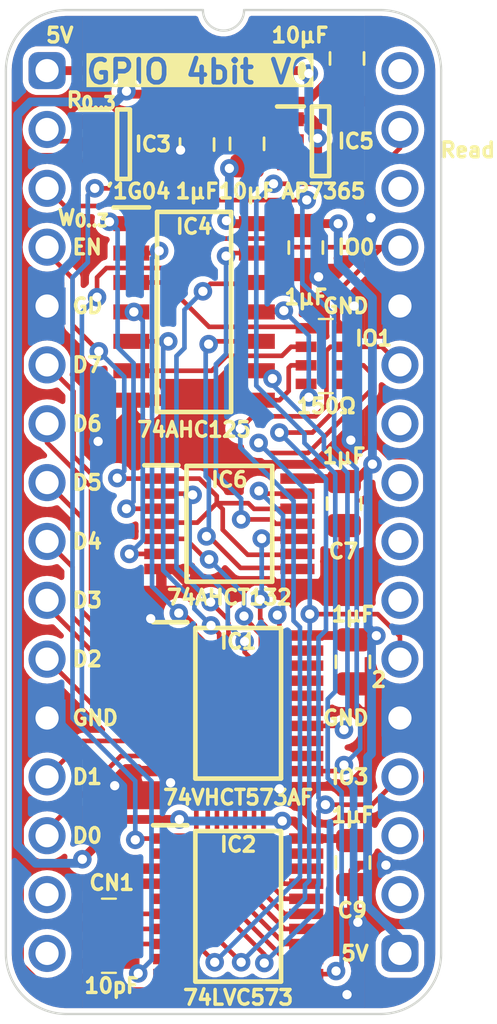
<source format=kicad_pcb>
(kicad_pcb (version 20240108) (generator "pcbnew") (generator_version "8.0")
  (title_block (title "GPIO 4bit") (date "2024-02-19") (rev "V0"))
  (layers (0 "F.Cu" signal) (31 "B.Cu" signal) (34 "B.Paste" user) (35 "F.Paste" user) (36 "B.SilkS" user "B.Silkscreen") (37 "F.SilkS" user "F.Silkscreen") (38 "B.Mask" user) (39 "F.Mask" user) (44 "Edge.Cuts" user))
  (net 0 "")
  (net 1 "GND")
  (net 2 "5V")
  (net 3 "/OE3")
  (net 4 "/OE2")
  (net 5 "GPIO3")
  (net 6 "/OE1")
  (net 7 "GPIO1")
  (net 8 "GPIO2")
  (net 9 "GPIO0")
  (net 10 "Write GD _{0..3}")
  (net 11 "D4")
  (net 12 "D0")
  (net 13 "D6")
  (net 14 "D2")
  (net 15 "/OE0")
  (net 17 "/GD3")
  (net 18 "/GD2")
  (net 19 "/GD1")
  (net 21 "/GD0")
  (net 22 "D7")
  (net 23 "D3")
  (net 24 "D5")
  (net 25 "D1")
  (net 27 "Read")
  (net 28 "/3.3V")
  (net 29 "Net-(IC4-1~{OE})")
  (net 30 "Net-(IC4-2~{OE})")
  (net 31 "Net-(IC4-3~{OE})")
  (net 32 "Net-(IC4-4~{OE})")
  (net 41 "Net-(IC4-1Y)")
  (net 42 "Net-(IC4-2Y)")
  (net 43 "Net-(IC4-3Y)")
  (net 44 "Net-(IC4-4Y)")
  (net 45 "Read GD _{0..3}")
  (net 46 "Net-(IC2-~{OE})")
  (net 47 "Enable")
  (footprint "SamacSys_Parts:SOP65P640X120-20N" (layer "F.Cu") (at 122.555 80.645)
    (property "Reference" "IC1")
    (property "Value" "74VHCT573AFT" (hide yes))
  )
  (footprint "SamacSys_Parts:C_0805" (layer "F.Cu") (at 127.254 52.832)
    (property "Reference" "C4" (hide yes))
    (property "Value" "10µF")
  )
  (footprint "SamacSys_Parts:C_0805" (layer "F.Cu") (at 127.508 78.841 180)
    (property "Reference" "C6" (hide yes))
    (property "Value" "1μF")
  )
  (footprint "SamacSys_Parts:C_0805" (layer "F.Cu") (at 125.476 60.96 180)
    (property "Reference" "C1" (hide yes))
    (property "Value" "1μF")
  )
  (footprint "SamacSys_Parts:CAY16-J4" (layer "F.Cu") (at 126.365 65.659 180)
    (property "Reference" "RN1" (hide yes))
    (property "Value" "CAY16-151J4LF" (hide yes))
  )
  (footprint "SamacSys_Parts:DIP-32_Board_W15.24mm" (layer "F.Cu") (at 114.3 53.34)
    (property "Reference" "J1" (hide yes))
    (property "Value" "Conn_02x16_Counter_Clockwise" (hide yes))
    (fp_line (start -1.778 38.1) (end -1.778 0) (stroke (width 0.1)) (layer "Edge.Cuts"))
    (fp_line (start 6.731 -2.6162) (end 0.835732 -2.613732) (stroke (width 0.1)) (layer "Edge.Cuts"))
    (fp_line (start 14.404267 -2.613733) (end 8.509 -2.6162) (stroke (width 0.1)) (layer "Edge.Cuts"))
    (fp_line (start 14.404268 40.713732) (end 0.835733 40.713733) (stroke (width 0.1)) (layer "Edge.Cuts"))
    (fp_line (start 17.018 38.1) (end 17.017999 -0.000001) (stroke (width 0.1)) (layer "Edge.Cuts"))
    (fp_arc (start -1.778 0) (mid -1.012456 -1.848188) (end 0.835732 -2.613732) (stroke (width 0.1)) (layer "Edge.Cuts"))
    (fp_arc (start 0.835733 40.713733) (mid -1.012457 39.948189) (end -1.778 38.1) (stroke (width 0.1)) (layer "Edge.Cuts"))
    (fp_arc (start 8.509 -2.6162) (mid 7.62 -1.7272) (end 6.731 -2.6162) (stroke (width 0.1)) (layer "Edge.Cuts"))
    (fp_arc (start 14.404267 -2.613733) (mid 16.252457 -1.84819) (end 17.017999 -0.000001) (stroke (width 0.1)) (layer "Edge.Cuts"))
    (fp_arc (start 17.018 38.1) (mid 16.252456 39.948187) (end 14.404268 40.713732) (stroke (width 0.1)) (layer "Edge.Cuts"))
  )
  (footprint "SamacSys_Parts:C_0805" (layer "F.Cu") (at 120.777 56.515 180)
    (property "Reference" "C2" (hide yes))
    (property "Value" "1μF")
  )
  (footprint "SamacSys_Parts:C_0805" (layer "F.Cu") (at 127.127 72.009 180)
    (property "Reference" "C7")
    (property "Value" "1μF")
  )
  (footprint "SamacSys_Parts:SOIC127P600X173-14N" (layer "F.Cu") (at 120.65 63.754)
    (property "Reference" "IC4")
    (property "Value" "74AHC125S14" (hide yes))
  )
  (footprint "SamacSys_Parts:C_0805" (layer "F.Cu") (at 127.508 87.503 180)
    (property "Reference" "C9")
    (property "Value" "1μF")
  )
  (footprint "SamacSys_Parts:SOT95P285X130-5N" (layer "F.Cu") (at 126.111 56.388)
    (property "Reference" "IC5")
    (property "Value" "AP7365-33WG-7" (hide yes))
  )
  (footprint "SamacSys_Parts:SOT95P275X110-5N" (layer "F.Cu") (at 117.602 56.515)
    (property "Reference" "IC3")
    (property "Value" "74LVC1G04GV,125" (hide yes))
  )
  (footprint "SamacSys_Parts:SOP65P640X120-14N" (layer "F.Cu") (at 122.174 72.898)
    (property "Reference" "IC6")
    (property "Value" "SN74AHCT132PWR" (hide yes))
  )
  (footprint "SamacSys_Parts:SOP65P640X110-20N" (layer "F.Cu") (at 122.555 89.408)
    (property "Reference" "IC2")
    (property "Value" "74LVC573APW,118" (hide yes))
  )
  (footprint "SamacSys_Parts:CA0612KRX7R9BB100" (layer "F.Cu") (at 116.967 90.678 180)
    (property "Reference" "CN1")
    (property "Value" "CA0612KRX7R9BB100" (hide yes))
  )
  (footprint "SamacSys_Parts:C_0805" (layer "F.Cu") (at 122.936 56.515)
    (property "Reference" "C3" (hide yes))
    (property "Value" "10µF")
  )
  (gr_text "GD" (at 115.316 63.5 0) (layer "F.SilkS") (effects (font (size 0.635 0.635) (thickness 0.15) (bold yes)) (justify left)))
  (gr_text "Read" (at 133.731 56.769 0) (layer "F.SilkS") (effects (font (size 0.635 0.635) (thickness 0.15) (bold yes)) (justify right)))
  (gr_text "D7" (at 115.316 66.04 0) (layer "F.SilkS") (effects (font (size 0.635 0.635) (thickness 0.15) (bold yes)) (justify left)))
  (gr_text "D5" (at 115.316 71.12 0) (layer "F.SilkS") (effects (font (size 0.635 0.635) (thickness 0.15) (bold yes)) (justify left)))
  (gr_text "D2" (at 115.316 78.74 0) (layer "F.SilkS") (effects (font (size 0.635 0.635) (thickness 0.15) (bold yes)) (justify left)))
  (gr_text "W_{0..3}" (at 114.681 59.69 0) (layer "F.SilkS") (effects (font (size 0.635 0.635) (thickness 0.15) (bold yes)) (justify left)))
  (gr_text "D0" (at 115.316 86.36 0) (layer "F.SilkS") (effects (font (size 0.635 0.635) (thickness 0.15) (bold yes)) (justify left)))
  (gr_text "2" (at 129.032 79.629 0) (layer "F.SilkS") (effects (font (size 0.635 0.635) (thickness 0.15) (bold yes)) (justify right)))
  (gr_text "GPIO 4bit V0" (at 120.904 53.975 0) (layer "F.SilkS" knockout) (effects (font (size 1 1) (thickness 0.2) (bold yes)) (justify bottom)))
  (gr_text "IO1" (at 129.286 64.897 0) (layer "F.SilkS") (effects (font (size 0.635 0.635) (thickness 0.15) (bold yes)) (justify right)))
  (gr_text "5V" (at 114.173 51.816 0) (layer "F.SilkS") (effects (font (size 0.635 0.635) (thickness 0.15) (bold yes)) (justify left)))
  (gr_text "D1" (at 115.316 83.82 0) (layer "F.SilkS") (effects (font (size 0.635 0.635) (thickness 0.15) (bold yes)) (justify left)))
  (gr_text "GND" (at 128.27 63.5 0) (layer "F.SilkS") (effects (font (size 0.635 0.635) (thickness 0.15) (bold yes)) (justify right)))
  (gr_text "D6" (at 115.316 68.58 0) (layer "F.SilkS") (effects (font (size 0.635 0.635) (thickness 0.15) (bold yes)) (justify left)))
  (gr_text "D4" (at 115.316 73.66 0) (layer "F.SilkS") (effects (font (size 0.635 0.635) (thickness 0.15) (bold yes)) (justify left)))
  (gr_text "D3" (at 115.316 76.2 0) (layer "F.SilkS") (effects (font (size 0.635 0.635) (thickness 0.15) (bold yes)) (justify left)))
  (gr_text "R_{0..3}\n" (at 115.062 54.61 0) (layer "F.SilkS") (effects (font (size 0.635 0.635) (thickness 0.15) (bold yes)) (justify left)))
  (gr_text "EN" (at 115.316 60.96 0) (layer "F.SilkS") (effects (font (size 0.635 0.635) (thickness 0.15) (bold yes)) (justify left)))
  (gr_text "IO0" (at 128.524 60.96 0) (layer "F.SilkS") (effects (font (size 0.635 0.635) (thickness 0.15) (bold yes)) (justify right)))
  (gr_text "IO3" (at 128.27 83.82 0) (layer "F.SilkS") (effects (font (size 0.635 0.635) (thickness 0.15) (bold yes)) (justify right)))
  (gr_text "GND" (at 115.316 81.28 0) (layer "F.SilkS") (effects (font (size 0.635 0.635) (thickness 0.15) (bold yes)) (justify left)))
  (gr_text "GND" (at 128.27 81.28 0) (layer "F.SilkS") (effects (font (size 0.635 0.635) (thickness 0.15) (bold yes)) (justify right)))
  (gr_text "5V" (at 128.27 91.44 0) (layer "F.SilkS") (effects (font (size 0.635 0.635) (thickness 0.15) (bold yes)) (justify right)))
  (segment (start 123.930596 75.463) (end 126.213 75.463) (width 0.38) (layer "F.Cu") (net 1))
  (segment (start 130.302 69.93) (end 129.074987 69.93) (width 0.38) (layer "F.Cu") (net 1))
  (segment (start 119.253 75.692) (end 118.77675 76.16825) (width 0.38) (layer "F.Cu") (net 1))
  (segment (start 113.11 91.932915) (end 114.268085 93.091) (width 0.38) (layer "F.Cu") (net 1))
  (segment (start 128.143 81.28) (end 127.508 80.645) (width 0.38) (layer "F.Cu") (net 1))
  (segment (start 117.939 68.028) (end 116.625 69.342) (width 0.38) (layer "F.Cu") (net 1))
  (segment (start 114.268085 93.091) (end 115.062 93.091) (width 0.38) (layer "F.Cu") (net 1))
  (segment (start 114.3 64.33718) (end 114.3 63.5) (width 0.38) (layer "F.Cu") (net 1))
  (segment (start 123.870027 75.402431) (end 123.930596 75.463) (width 0.38) (layer "F.Cu") (net 1))
  (segment (start 116.117 91.878) (end 116.117 92.29) (width 0.38) (layer "F.Cu") (net 1))
  (segment (start 121.004 57.481) (end 122.936 55.549) (width 0.38) (layer "F.Cu") (net 1))
  (segment (start 117.939 67.564) (end 117.939 68.028) (width 0.38) (layer "F.Cu") (net 1))
  (segment (start 117.357 57.465) (end 116.352 57.465) (width 0.38) (layer "F.Cu") (net 1))
  (segment (start 122.936 55.549) (end 123.775 56.388) (width 0.38) (layer "F.Cu") (net 1))
  (segment (start 115.123 57.465) (end 114.742 57.084) (width 0.38) (layer "F.Cu") (net 1))
  (segment (start 119.727 83.981) (end 119.634 84.074) (width 0.38) (layer "F.Cu") (net 1))
  (segment (start 119.617 89.083) (end 119.617 88.433) (width 0.38) (layer "F.Cu") (net 1))
  (segment (start 129.54 81.28) (end 130.73 82.47) (width 0.38) (layer "F.Cu") (net 1))
  (segment (start 113.953085 57.084) (end 113.044668 57.992417) (width 0.38) (layer "F.Cu") (net 1))
  (segment (start 127.2825 69.289403) (end 127.417724 69.289403) (width 0.38) (layer "F.Cu") (net 1))
  (segment (start 115.316 93.091) (end 115.062 93.091) (width 0.38) (layer "F.Cu") (net 1))
  (segment (start 126.238903 70.333) (end 127.2825 69.289403) (width 0.38) (layer "F.Cu") (net 1))
  (segment (start 127.508 87.884) (end 127.762 87.63) (width 0.38) (layer "F.Cu") (net 1))
  (segment (start 116.117 91.878) (end 116.117 91.078) (width 0.38) (layer "F.Cu") (net 1))
  (segment (start 130.73 80.09) (end 130.73 70.358) (width 0.38) (layer "F.Cu") (net 1))
  (segment (start 119.253 74.865) (end 119.253 75.692) (width 0.38) (layer "F.Cu") (net 1))
  (segment (start 116.625 69.342) (end 116.505012 69.342) (width 0.38) (layer "F.Cu") (net 1))
  (segment (start 127.508 88.469) (end 127.508 89.881661) (width 0.38) (layer "F.Cu") (net 1))
  (segment (start 116.117 91.078) (end 116.117 90.278) (width 0.38) (layer "F.Cu") (net 1))
  (segment (start 113.11 64.69) (end 113.11 80.09) (width 0.38) (layer "F.Cu") (net 1))
  (segment (start 114.742 57.084) (end 113.953085 57.084) (width 0.38) (layer "F.Cu") (net 1))
  (segment (start 130.795332 64.755332) (end 129.54 63.5) (width 0.38) (layer "F.Cu") (net 1))
  (segment (start 119.634 84.074) (end 119.507003 84.200997) (width 0.38) (layer "F.Cu") (net 1))
  (segment (start 127.319956 84.231273) (end 124.443615 84.231273) (width 0.38) (layer "F.Cu") (net 1))
  (segment (start 119.617 87.783) (end 119.617 88.433) (width 0.38) (layer "F.Cu") (net 1))
  (segment (start 130.302 69.93) (end 130.73 70.358) (width 0.38) (layer "F.Cu") (net 1))
  (segment (start 120.244 70.333) (end 126.238903 70.333) (width 0.38) (layer "F.Cu") (net 1))
  (segment (start 120.278494 75.377994) (end 123.832712 75.377994) (width 0.38) (layer "F.Cu") (net 1))
  (segment (start 114.3 81.28) (end 113.11 82.47) (width 0.38) (layer "F.Cu") (net 1))
  (segment (start 116.918 93.091) (end 119.219 93.091) (width 0.38) (layer "F.Cu") (net 1))
  (segment (start 128.43439 69.289403) (end 127.417724 69.289403) (width 0.38) (layer "F.Cu") (net 1))
  (segment (start 118.052999 56.769001) (end 117.357 57.465) (width 0.38) (layer "F.Cu") (net 1))
  (segment (start 120.065001 56.769001) (end 118.052999 56.769001) (width 0.38) (layer "F.Cu") (net 1))
  (segment (start 129.54 81.28) (end 130.73 80.09) (width 0.38) (layer "F.Cu") (net 1))
  (segment (start 113.044668 62.244668) (end 114.3 63.5) (width 0.38) (layer "F.Cu") (net 1))
  (segment (start 114.3 63.5) (end 113.11 64.69) (width 0.38) (layer "F.Cu") (net 1))
  (segment (start 116.117 92.29) (end 115.316 93.091) (width 0.38) (layer "F.Cu") (net 1))
  (segment (start 130.73 87.012915) (end 130.112915 87.63) (width 0.38) (layer "F.Cu") (net 1))
  (segment (start 117.939 68.028) (end 120.244 70.333) (width 0.38) (layer "F.Cu") (net 1))
  (segment (start 127.508 80.645) (end 127.508 79.807) (width 0.38) (layer "F.Cu") (net 1))
  (segment (start 128.981 81.28) (end 128.143 81.28) (width 0.38) (layer "F.Cu") (net 1))
  (segment (start 123.775 56.388) (end 124.811 56.388) (width 0.38) (layer "F.Cu") (net 1))
  (segment (start 119.617 92.333) (end 119.617 92.693) (width 0.38) (layer "F.Cu") (net 1))
  (segment (start 119.7485 74.848) (end 120.278494 75.377994) (width 0.38) (layer "F.Cu") (net 1))
  (segment (start 130.795332 69.436668) (end 130.795332 64.755332) (width 0.38) (layer "F.Cu") (net 1))
  (segment (start 119.507003 84.200997) (end 117.220997 84.200997) (width 0.38) (layer "F.Cu") (net 1))
  (segment (start 127.508 88.469) (end 127.508 87.884) (width 0.38) (layer "F.Cu") (net 1))
  (segment (start 123.832712 75.377994) (end 123.857149 75.402431) (width 0.38) (layer "F.Cu") (net 1))
  (segment (start 120.142 93.218) (end 127.254 93.218) (width 0.38) (layer "F.Cu") (net 1))
  (segment (start 120.777 57.481) (end 120.065001 56.769001) (width 0.38) (layer "F.Cu") (net 1))
  (segment (start 113.044668 57.992417) (end 113.044668 62.244668) (width 0.38) (layer "F.Cu") (net 1))
  (segment (start 124.443615 84.231273) (end 124.338 84.336888) (width 0.38) (layer "F.Cu") (net 1))
  (segment (start 130.73 82.47) (end 130.73 87.012915) (width 0.38) (layer "F.Cu") (net 1))
  (segment (start 119.617 87.783) (end 119.617 87.133) (width 0.38) (layer "F.Cu") (net 1))
  (segment (start 123.857149 75.402431) (end 123.870027 75.402431) (width 0.38) (layer "F.Cu") (net 1))
  (segment (start 129.074987 69.93) (end 128.43439 69.289403) (width 0.38) (layer "F.Cu") (net 1))
  (segment (start 127.127 74.549) (end 127.127 72.975) (width 0.38) (layer "F.Cu") (net 1))
  (segment (start 119.761 92.837) (end 120.142 93.218) (width 0.38) (layer "F.Cu") (net 1))
  (segment (start 130.302 69.93) (end 130.795332 69.436668) (width 0.38) (layer "F.Cu") (net 1))
  (segment (start 129.54 63.5) (end 127.559978 63.5) (width 0.38) (layer "F.Cu") (net 1))
  (segment (start 129.54 82.011229) (end 127.319956 84.231273) (width 0.38) (layer "F.Cu") (net 1))
  (segment (start 116.352 57.465) (end 115.123 57.465) (width 0.38) (layer "F.Cu") (net 1))
  (segment (start 129.54 81.28) (end 129.54 82.011229) (width 0.38) (layer "F.Cu") (net 1))
  (segment (start 118.77675 76.16825) (end 118.77675 76.993751) (width 0.38) (layer "F.Cu") (net 1))
  (segment (start 127.508 89.881661) (end 127.722 90.095661) (width 0.38) (layer "F.Cu") (net 1))
  (segment (start 126.213 75.463) (end 127.127 74.549) (width 0.38) (layer "F.Cu") (net 1))
  (segment (start 113.11 82.47) (end 113.11 91.932915) (width 0.38) (layer "F.Cu") (net 1))
  (segment (start 130.112915 87.63) (end 128.933 87.63) (width 0.38) (layer "F.Cu") (net 1))
  (segment (start 116.117 92.29) (end 116.918 93.091) (width 0.38) (layer "F.Cu") (net 1))
  (segment (start 125.712737 61.926) (end 126.025225 62.238488) (width 0.38) (layer "F.Cu") (net 1))
  (segment (start 116.117 90.278) (end 116.117 89.478) (width 0.38) (layer "F.Cu") (net 1))
  (segment (start 119.727 83.57) (end 119.727 83.981) (width 0.38) (layer "F.Cu") (net 1))
  (segment (start 127.762 87.63) (end 128.933 87.63) (width 0.38) (layer "F.Cu") (net 1))
  (segment (start 113.11 80.09) (end 114.3 81.28) (width 0.38) (layer "F.Cu") (net 1))
  (segment (start 119.219 93.091) (end 119.617 92.693) (width 0.38) (layer "F.Cu") (net 1))
  (segment (start 119.502999 77.72) (end 118.77675 76.993751) (width 0.38) (layer "F.Cu") (net 1))
  (segment (start 119.617 92.693) (end 119.761 92.837) (width 0.38) (layer "F.Cu") (net 1))
  (via (at 118.77675 76.993751) (size 0.8) (drill 0.4) (layers "F.Cu" "B.Cu") (net 1))
  (via (at 127.722 90.095661) (size 0.8) (drill 0.4) (layers "F.Cu" "B.Cu") (net 1))
  (via (at 117.220997 84.200997) (size 0.8) (drill 0.4) (layers "F.Cu" "B.Cu") (net 1))
  (via (at 116.505012 69.342) (size 0.8) (drill 0.4) (layers "F.Cu" "B.Cu") (net 1))
  (via (at 128.933 87.63) (size 0.8) (drill 0.4) (layers "F.Cu" "B.Cu") (net 1))
  (via (at 124.338 84.336888) (size 0.8) (drill 0.4) (layers "F.Cu" "B.Cu") (net 1))
  (via (at 128.287252 59.69) (size 0.8) (drill 0.4) (layers "F.Cu" "B.Cu") (net 1))
  (via (at 120.065001 56.769001) (size 0.8) (drill 0.4) (layers "F.Cu" "B.Cu") (net 1))
  (via (at 126.025225 62.238488) (size 0.8) (drill 0.4) (layers "F.Cu" "B.Cu") (net 1))
  (via (at 119.634 84.074) (size 0.8) (drill 0.4) (layers "F.Cu" "B.Cu") (net 1))
  (via (at 127.254 93.218) (size 0.8) (drill 0.4) (layers "F.Cu" "B.Cu") (net 1))
  (via (at 127.417724 69.289403) (size 0.8) (drill 0.4) (layers "F.Cu" "B.Cu") (net 1))
  (via (at 127.559978 63.5) (size 0.8) (drill 0.4) (layers "F.Cu" "B.Cu") (net 1))
  (segment (start 130.73 64.69) (end 130.73 80.09) (width 0.38) (layer "B.Cu") (net 1))
  (segment (start 127.027512 63.136) (end 126.221 62.329488) (width 0.38) (layer "B.Cu") (net 1))
  (segment (start 127.195978 63.136) (end 127.027512 63.136) (width 0.38) (layer "B.Cu") (net 1))
  (segment (start 124.329112 84.328) (end 124.338 84.336888) (width 0.38) (layer "B.Cu") (net 1))
  (segment (start 127.559978 69.147149) (end 127.417724 69.289403) (width 0.38) (layer "B.Cu") (net 1))
  (segment (start 119.888 83.82) (end 119.634 84.074) (width 0.38) (layer "B.Cu") (net 1))
  (segment (start 126.221 62.329488) (end 126.221 62.238488) (width 0.38) (layer "B.Cu") (net 1))
  (segment (start 116.505012 69.342) (end 116.505012 74.722013) (width 0.38) (layer "B.Cu") (net 1))
  (segment (start 127.559978 63.5) (end 127.195978 63.136) (width 0.38) (layer "B.Cu") (net 1))
  (segment (start 114.3 81.28) (end 117.220997 84.200997) (width 0.38) (layer "B.Cu") (net 1))
  (segment (start 127.254 93.218) (end 127.722 92.75) (width 0.38) (layer "B.Cu") (net 1))
  (segment (start 120.065001 56.769001) (end 125.366253 56.769001) (width 0.38) (layer "B.Cu") (net 1))
  (segment (start 127.722 92.75) (end 127.722 90.095661) (width 0.38) (layer "B.Cu") (net 1))
  (segment (start 125.366253 56.769001) (end 128.287252 59.69) (width 0.38) (layer "B.Cu") (net 1))
  (segment (start 116.505012 74.722013) (end 118.77675 76.993751) (width 0.38) (layer "B.Cu") (net 1))
  (segment (start 119.634 84.074) (end 119.888 84.328) (width 0.38) (layer "B.Cu") (net 1))
  (segment (start 128.287252 62.247252) (end 128.287252 59.69) (width 0.38) (layer "B.Cu") (net 1))
  (segment (start 115.57 61.372915) (end 115.57 57.832) (width 0.38) (layer "B.Cu") (net 1))
  (segment (start 130.73 80.09) (end 129.54 81.28) (width 0.38) (layer "B.Cu") (net 1))
  (segment (start 118.77675 76.993751) (end 119.888 78.105001) (width 0.38) (layer "B.Cu") (net 1))
  (segment (start 114.3 63.5) (end 114.3 62.642915) (width 0.38) (layer "B.Cu") (net 1))
  (segment (start 116.632999 56.769001) (end 120.065001 56.769001) (width 0.38) (layer "B.Cu") (net 1))
  (segment (start 119.888 84.328) (end 124.329112 84.328) (width 0.38) (layer "B.Cu") (net 1))
  (segment (start 129.54 63.5) (end 128.287252 62.247252) (width 0.38) (layer "B.Cu") (net 1))
  (segment (start 119.888 78.105001) (end 119.888 83.82) (width 0.38) (layer "B.Cu") (net 1))
  (segment (start 114.3 62.642915) (end 115.57 61.372915) (width 0.38) (layer "B.Cu") (net 1))
  (segment (start 127.559978 63.5) (end 127.559978 69.147149) (width 0.38) (layer "B.Cu") (net 1))
  (segment (start 129.54 63.5) (end 130.73 64.69) (width 0.38) (layer "B.Cu") (net 1))
  (segment (start 126.221 62.238488) (end 126.025225 62.238488) (width 0.38) (layer "B.Cu") (net 1))
  (segment (start 115.57 57.832) (end 116.632999 56.769001) (width 0.38) (layer "B.Cu") (net 1))
  (segment (start 128.341 77.907) (end 128.5212 77.7268) (width 0.38) (layer "F.Cu") (net 2))
  (segment (start 125.112 70.948) (end 127.732242 70.948) (width 0.38) (layer "F.Cu") (net 2))
  (segment (start 127.732242 70.948) (end 128.354 70.326242) (width 0.38) (layer "F.Cu") (net 2))
  (segment (start 125.475992 53.34) (end 125.603 53.467008) (width 0.38) (layer "F.Cu") (net 2))
  (segment (start 125.05 59.944) (end 123.488 59.944) (width 0.38) (layer "F.Cu") (net 2))
  (segment (start 122.936 57.449) (end 122.284001 57.449) (width 0.38) (layer "F.Cu") (net 2))
  (segment (start 123.361 59.944) (end 122.174 59.944) (width 0.38) (layer "F.Cu") (net 2))
  (segment (start 114.3 53.34) (end 125.475992 53.34) (width 0.38) (layer "F.Cu") (net 2))
  (segment (start 127.508 77.907) (end 128.341 77.907) (width 0.38) (layer "F.Cu") (net 2))
  (segment (start 127.321 77.72) (end 125.603 77.72) (width 0.38) (layer "F.Cu") (net 2))
  (segment (start 125.766 57.338) (end 124.811 57.338) (width 0.38) (layer "F.Cu") (net 2))
  (segment (start 125.985502 57.118498) (end 125.766 57.338) (width 0.38) (layer "F.Cu") (net 2))
  (segment (start 122.174 59.944) (end 122.047 59.817) (width 0.38) (layer "F.Cu") (net 2))
  (segment (start 124.811 57.338) (end 123.047 57.338) (width 0.38) (layer "F.Cu") (net 2))
  (segment (start 124.811 55.438) (end 125.766 55.438) (width 0.38) (layer "F.Cu") (net 2))
  (segment (start 122.284001 57.449) (end 122.174 57.559001) (width 0.38) (layer "F.Cu") (net 2))
  (segment (start 125.558 59.944) (end 126.873 59.944) (width 0.38) (layer "F.Cu") (net 2))
  (segment (start 125.766 55.438) (end 125.985502 55.657502) (width 0.38) (layer "F.Cu") (net 2))
  (segment (start 125.985502 55.657502) (end 125.985502 56.261) (width 0.38) (layer "F.Cu") (net 2))
  (segment (start 127.605242 71.075) (end 128.354 70.326242) (width 0.38) (layer "F.Cu") (net 2))
  (segment (start 125.985502 56.261) (end 125.985502 57.118498) (width 0.38) (layer "F.Cu") (net 2))
  (via (at 128.354 70.326242) (size 0.8) (drill 0.4) (layers "F.Cu" "B.Cu") (net 2))
  (via (at 128.5212 77.7268) (size 0.8) (drill 0.4) (layers "F.Cu" "B.Cu") (net 2))
  (via (at 125.603 53.467008) (size 0.8) (drill 0.4) (layers "F.Cu" "B.Cu") (net 2))
  (via (at 122.047 59.817) (size 0.8) (drill 0.4) (layers "F.Cu" "B.Cu") (net 2))
  (via (at 125.985502 56.261) (size 0.8) (drill 0.4) (layers "F.Cu" "B.Cu") (net 2))
  (via (at 126.873 59.944) (size 0.8) (drill 0.4) (layers "F.Cu" "B.Cu") (net 2))
  (via (at 122.174 57.559001) (size 0.8) (drill 0.4) (layers "F.Cu" "B.Cu") (net 2))
  (segment (start 125.603 55.878498) (end 125.603 53.467008) (width 0.38) (layer "B.Cu") (net 2))
  (segment (start 128.312 77.936) (end 128.5212 77.7268) (width 0.38) (layer "B.Cu") (net 2))
  (segment (start 122.047 59.817) (end 122.174 59.69) (width 0.38) (layer "B.Cu") (net 2))
  (segment (start 128.35 70.322242) (end 128.35 63.157756) (width 0.38) (layer "B.Cu") (net 2))
  (segment (start 128.163 70.517242) (end 128.354 70.326242) (width 0.38) (layer "B.Cu") (net 2))
  (segment (start 129.54 90.796432) (end 128.143 89.399432) (width 0.38) (layer "B.Cu") (net 2))
  (segment (start 128.354 70.326242) (end 128.35 70.322242) (width 0.38) (layer "B.Cu") (net 2))
  (segment (start 128.35 63.157756) (end 126.873 61.680756) (width 0.38) (layer "B.Cu") (net 2))
  (segment (start 128.143 82.983965) (end 128.312 82.814965) (width 0.38) (layer "B.Cu") (net 2))
  (segment (start 126.873 61.680756) (end 126.873 59.944) (width 0.38) (layer "B.Cu") (net 2))
  (segment (start 129.54 91.44) (end 129.54 90.796432) (width 0.38) (layer "B.Cu") (net 2))
  (segment (start 122.174 59.69) (end 122.174 57.559001) (width 0.38) (layer "B.Cu") (net 2))
  (segment (start 128.5212 77.7268) (end 128.163 77.3686) (width 0.38) (layer "B.Cu") (net 2))
  (segment (start 128.163 77.3686) (end 128.163 70.517242) (width 0.38) (layer "B.Cu") (net 2))
  (segment (start 125.985502 56.261) (end 125.603 55.878498) (width 0.38) (layer "B.Cu") (net 2))
  (segment (start 128.312 82.814965) (end 128.312 77.936) (width 0.38) (layer "B.Cu") (net 2))
  (segment (start 128.143 89.399432) (end 128.143 82.983965) (width 0.38) (layer "B.Cu") (net 2))
  (segment (start 123.56722 71.598) (end 123.448593 71.479373) (width 0.2) (layer "F.Cu") (net 3))
  (segment (start 125.603 78.37) (end 124.6655 78.37) (width 0.2) (layer "F.Cu") (net 3))
  (segment (start 124.333 76.927034) (end 124.246 76.840034) (width 0.2) (layer "F.Cu") (net 3))
  (segment (start 124.6655 78.37) (end 124.333 78.0375) (width 0.2) (layer "F.Cu") (net 3))
  (segment (start 125.112 71.598) (end 123.56722 71.598) (width 0.2) (layer "F.Cu") (net 3))
  (segment (start 124.333 78.0375) (end 124.333 76.927034) (width 0.2) (layer "F.Cu") (net 3))
  (via (at 123.448593 71.479373) (size 0.8) (drill 0.4) (layers "F.Cu" "B.Cu") (net 3))
  (via (at 124.246 76.840034) (size 0.8) (drill 0.4) (layers "F.Cu" "B.Cu") (net 3))
  (segment (start 124.492001 76.594033) (end 124.246 76.840034) (width 0.2) (layer "B.Cu") (net 3))
  (segment (start 124.492001 72.522781) (end 124.492001 76.594033) (width 0.2) (layer "B.Cu") (net 3))
  (segment (start 123.448593 71.479373) (end 124.492001 72.522781) (width 0.2) (layer "B.Cu") (net 3))
  (segment (start 125.603 79.02) (end 124.749815 79.02) (width 0.2) (layer "F.Cu") (net 4))
  (segment (start 123.583388 73.548) (end 123.571 73.535612) (width 0.2) (layer "F.Cu") (net 4))
  (segment (start 124.749815 79.02) (end 123.933 78.203185) (width 0.2) (layer "F.Cu") (net 4))
  (segment (start 125.112 73.548) (end 123.583388 73.548) (width 0.2) (layer "F.Cu") (net 4))
  (segment (start 123.505483 76.998461) (end 123.505483 76.167994) (width 0.2) (layer "F.Cu") (net 4))
  (segment (start 123.933 77.516984) (end 123.546 77.129984) (width 0.2) (layer "F.Cu") (net 4))
  (segment (start 123.546 77.038978) (end 123.505483 76.998461) (width 0.2) (layer "F.Cu") (net 4))
  (segment (start 123.546 77.129984) (end 123.546 77.038978) (width 0.2) (layer "F.Cu") (net 4))
  (segment (start 123.933 78.203185) (end 123.933 77.516984) (width 0.2) (layer "F.Cu") (net 4))
  (via (at 123.571 73.535612) (size 0.8) (drill 0.4) (layers "F.Cu" "B.Cu") (net 4))
  (via (at 123.505483 76.167994) (size 0.8) (drill 0.4) (layers "F.Cu" "B.Cu") (net 4))
  (segment (start 123.571 76.102477) (end 123.571 73.535612) (width 0.2) (layer "B.Cu") (net 4))
  (segment (start 123.505483 76.167994) (end 123.571 76.102477) (width 0.2) (layer "B.Cu") (net 4))
  (segment (start 123.681384 91.478277) (end 123.681384 91.856166) (width 0.2) (layer "F.Cu") (net 5))
  (segment (start 129.54 83.82) (end 128.338727 85.021273) (width 0.2) (layer "F.Cu") (net 5))
  (segment (start 119.617 89.733) (end 121.936107 89.733) (width 0.2) (layer "F.Cu") (net 5))
  (segment (start 128.338727 85.021273) (end 126.322 85.021273) (width 0.2) (layer "F.Cu") (net 5))
  (segment (start 127.186 66.859) (end 127.186 67.536635) (width 0.2) (layer "F.Cu") (net 5))
  (segment (start 119.617 89.733) (end 118.072 89.733) (width 0.2) (layer "F.Cu") (net 5))
  (segment (start 118.072 89.733) (end 117.817 89.478) (width 0.2) (layer "F.Cu") (net 5))
  (segment (start 125.761635 68.961) (end 124.333 68.961) (width 0.2) (layer "F.Cu") (net 5))
  (segment (start 121.936107 89.733) (end 123.681384 91.478277) (width 0.2) (layer "F.Cu") (net 5))
  (segment (start 127.186 67.536635) (end 125.761635 68.961) (width 0.2) (layer "F.Cu") (net 5))
  (via (at 123.681384 91.856166) (size 0.8) (drill 0.4) (layers "F.Cu" "B.Cu") (net 5))
  (via (at 124.333 68.961) (size 0.8) (drill 0.4) (layers "F.Cu" "B.Cu") (net 5))
  (via (at 126.322 85.021273) (size 0.8) (drill 0.4) (layers "F.Cu" "B.Cu") (net 5))
  (segment (start 126.322 85.021273) (end 126.022 84.721273) (width 0.2) (layer "B.Cu") (net 5))
  (segment (start 126.346 77.489) (end 126.346 70.974) (width 0.2) (layer "B.Cu") (net 5))
  (segment (start 126.022 84.721273) (end 126.022 77.813) (width 0.2) (layer "B.Cu") (net 5))
  (segment (start 126.022 77.813) (end 126.346 77.489) (width 0.2) (layer "B.Cu") (net 5))
  (segment (start 126.022 85.321273) (end 126.322 85.021273) (width 0.2) (layer "B.Cu") (net 5))
  (segment (start 123.681384 91.856166) (end 125.984 89.55355) (width 0.2) (layer "B.Cu") (net 5))
  (segment (start 125.984 89.55355) (end 125.984 88.50737) (width 0.2) (layer "B.Cu") (net 5))
  (segment (start 125.984 88.50737) (end 126.022 88.46937) (width 0.2) (layer "B.Cu") (net 5))
  (segment (start 126.022 88.46937) (end 126.022 85.321273) (width 0.2) (layer "B.Cu") (net 5))
  (segment (start 126.346 70.974) (end 124.333 68.961) (width 0.2) (layer "B.Cu") (net 5))
  (segment (start 123.146 77.282146) (end 122.805483 76.941629) (width 0.2) (layer "F.Cu") (net 6))
  (segment (start 123.146 77.295669) (end 123.146 77.282146) (width 0.2) (layer "F.Cu") (net 6))
  (segment (start 122.805483 76.941629) (end 122.805483 76.883455) (width 0.2) (layer "F.Cu") (net 6))
  (segment (start 121.171771 74.435233) (end 121.298233 74.435233) (width 0.2) (layer "F.Cu") (net 6))
  (segment (start 123.533 77.68267) (end 123.146 77.295669) (width 0.2) (layer "F.Cu") (net 6))
  (segment (start 120.284538 73.548) (end 121.171771 74.435233) (width 0.2) (layer "F.Cu") (net 6))
  (segment (start 119.236 73.548) (end 120.284538 73.548) (width 0.2) (layer "F.Cu") (net 6))
  (segment (start 125.603 79.67) (end 124.6655 79.67) (width 0.2) (layer "F.Cu") (net 6))
  (segment (start 124.6655 79.67) (end 123.533 78.5375) (width 0.2) (layer "F.Cu") (net 6))
  (segment (start 123.533 78.5375) (end 123.533 77.68267) (width 0.2) (layer "F.Cu") (net 6))
  (via (at 121.298233 74.435233) (size 0.8) (drill 0.4) (layers "F.Cu" "B.Cu") (net 6))
  (via (at 122.805483 76.883455) (size 0.8) (drill 0.4) (layers "F.Cu" "B.Cu") (net 6))
  (segment (start 122.805483 75.942483) (end 121.298233 74.435233) (width 0.2) (layer "B.Cu") (net 6))
  (segment (start 122.805483 76.883455) (end 122.805483 75.942483) (width 0.2) (layer "B.Cu") (net 6))
  (segment (start 126.365 65.43) (end 126.365 67.79195) (width 0.2) (layer "F.Cu") (net 7))
  (segment (start 128.759 65.259) (end 129.54 66.04) (width 0.2) (layer "F.Cu") (net 7))
  (segment (start 120.751 91.033) (end 121.539 91.821) (width 0.2) (layer "F.Cu") (net 7))
  (segment (start 126.536 65.259) (end 126.365 65.43) (width 0.2) (layer "F.Cu") (net 7))
  (segment (start 123.180293 68.261) (end 122.645755 68.795538) (width 0.2) (layer "F.Cu") (net 7))
  (segment (start 127.186 65.259) (end 126.536 65.259) (width 0.2) (layer "F.Cu") (net 7))
  (segment (start 125.89595 68.261) (end 123.180293 68.261) (width 0.2) (layer "F.Cu") (net 7))
  (segment (start 126.365 67.79195) (end 125.89595 68.261) (width 0.2) (layer "F.Cu") (net 7))
  (segment (start 119.617 91.033) (end 120.751 91.033) (width 0.2) (layer "F.Cu") (net 7))
  (segment (start 127.186 65.259) (end 128.759 65.259) (width 0.2) (layer "F.Cu") (net 7))
  (segment (start 119.617 91.033) (end 117.862 91.033) (width 0.2) (layer "F.Cu") (net 7))
  (via (at 121.539 91.821) (size 0.8) (drill 0.4) (layers "F.Cu" "B.Cu") (net 7))
  (via (at 122.645755 68.795538) (size 0.8) (drill 0.4) (layers "F.Cu" "B.Cu") (net 7))
  (segment (start 125.222 88.138) (end 125.222 77.362716) (width 0.2) (layer "B.Cu") (net 7))
  (segment (start 125.222 77.362716) (end 124.946 77.086716) (width 0.2) (layer "B.Cu") (net 7))
  (segment (start 121.539 91.821) (end 125.222 88.138) (width 0.2) (layer "B.Cu") (net 7))
  (segment (start 124.946 71.904617) (end 122.645755 69.604372) (width 0.2) (layer "B.Cu") (net 7))
  (segment (start 122.645755 69.604372) (end 122.645755 68.795538) (width 0.2) (layer "B.Cu") (net 7))
  (segment (start 124.946 77.086716) (end 124.946 71.904617) (width 0.2) (layer "B.Cu") (net 7))
  (segment (start 121.244 90.383) (end 122.682 91.821) (width 0.2) (layer "F.Cu") (net 8))
  (segment (start 128.581131 76.796766) (end 125.646 76.796766) (width 0.2) (layer "F.Cu") (net 8))
  (segment (start 128.27 67.145134) (end 125.572134 69.843) (width 0.2) (layer "F.Cu") (net 8))
  (segment (start 127.186 66.059) (end 127.963 66.059) (width 0.2) (layer "F.Cu") (net 8))
  (segment (start 129.54 77.755635) (end 128.581131 76.796766) (width 0.2) (layer "F.Cu") (net 8))
  (segment (start 129.54 78.74) (end 129.54 77.755635) (width 0.2) (layer "F.Cu") (net 8))
  (segment (start 127.963 66.059) (end 128.27 66.366) (width 0.2) (layer "F.Cu") (net 8))
  (segment (start 128.27 66.366) (end 128.27 67.145134) (width 0.2) (layer "F.Cu") (net 8))
  (segment (start 125.572134 69.843) (end 123.874333 69.843) (width 0.2) (layer "F.Cu") (net 8))
  (segment (start 119.617 90.383) (end 117.922 90.383) (width 0.2) (layer "F.Cu") (net 8))
  (segment (start 119.617 90.383) (end 121.244 90.383) (width 0.2) (layer "F.Cu") (net 8))
  (segment (start 123.874333 69.843) (end 123.437599 69.406266) (width 0.2) (layer "F.Cu") (net 8))
  (via (at 125.646 76.796766) (size 0.8) (drill 0.4) (layers "F.Cu" "B.Cu") (net 8))
  (via (at 123.437599 69.406266) (size 0.8) (drill 0.4) (layers "F.Cu" "B.Cu") (net 8))
  (via (at 122.682 91.821) (size 0.8) (drill 0.4) (layers "F.Cu" "B.Cu") (net 8))
  (segment (start 122.682 91.821) (end 125.438 89.065) (width 0.2) (layer "B.Cu") (net 8))
  (segment (start 125.646 76.796766) (end 125.646 71.614667) (width 0.2) (layer "B.Cu") (net 8))
  (segment (start 125.622 88.303685) (end 125.622 77.647314) (width 0.2) (layer "B.Cu") (net 8))
  (segment (start 125.646 71.614667) (end 123.437599 69.406266) (width 0.2) (layer "B.Cu") (net 8))
  (segment (start 125.438 89.065) (end 125.438 88.487686) (width 0.2) (layer "B.Cu") (net 8))
  (segment (start 125.438 88.487686) (end 125.622 88.303685) (width 0.2) (layer "B.Cu") (net 8))
  (segment (start 125.646 77.623314) (end 125.646 76.796766) (width 0.2) (layer "B.Cu") (net 8))
  (segment (start 125.622 77.647314) (end 125.646 77.623314) (width 0.2) (layer "B.Cu") (net 8))
  (segment (start 126.858475 62.879525) (end 128.778 60.96) (width 0.2) (layer "F.Cu") (net 9))
  (segment (start 128.778 60.96) (end 129.54 60.96) (width 0.2) (layer "F.Cu") (net 9))
  (segment (start 121.275 60.589) (end 120.005 61.859) (width 0.2) (layer "F.Cu") (net 9))
  (segment (start 124.807 60.96) (end 124.436 60.589) (width 0.2) (layer "F.Cu") (net 9))
  (segment (start 126.858475 64.131475) (end 126.858475 62.879525) (width 0.2) (layer "F.Cu") (net 9))
  (segment (start 129.54 60.96) (end 124.807 60.96) (width 0.2) (layer "F.Cu") (net 9))
  (segment (start 116.864 61.859) (end 116.459 62.264) (width 0.2) (layer "F.Cu") (net 9))
  (segment (start 119.617 91.683) (end 118.854966 91.683) (width 0.2) (layer "F.Cu") (net 9))
  (segment (start 117.817 91.878) (end 118.237 92.298) (width 0.2) (layer "F.Cu") (net 9))
  (segment (start 124.436 60.589) (end 121.275 60.589) (width 0.2) (layer "F.Cu") (net 9))
  (segment (start 116.459 62.264) (end 116.459 63.118988) (width 0.2) (layer "F.Cu") (net 9))
  (segment (start 120.005 61.859) (end 116.864 61.859) (width 0.2) (layer "F.Cu") (net 9))
  (segment (start 127.186 64.459) (end 126.858475 64.131475) (width 0.2) (layer "F.Cu") (net 9))
  (segment (start 118.854966 91.683) (end 118.237 92.300966) (width 0.2) (layer "F.Cu") (net 9))
  (segment (start 118.237 92.298) (end 118.237 92.300966) (width 0.2) (layer "F.Cu") (net 9))
  (via (at 116.459 63.118988) (size 0.8) (drill 0.4) (layers "F.Cu" "B.Cu") (net 9))
  (via (at 118.237 92.300966) (size 0.8) (drill 0.4) (layers "F.Cu" "B.Cu") (net 9))
  (segment (start 118.81 84.012) (end 115.805 81.007) (width 0.2) (layer "B.Cu") (net 9))
  (segment (start 115.805 63.772988) (end 116.459 63.118988) (width 0.2) (layer "B.Cu") (net 9))
  (segment (start 118.81 91.727966) (end 118.81 84.012) (width 0.2) (layer "B.Cu") (net 9))
  (segment (start 115.805 81.007) (end 115.805 63.772988) (width 0.2) (layer "B.Cu") (net 9))
  (segment (start 118.237 92.300966) (end 118.81 91.727966) (width 0.2) (layer "B.Cu") (net 9))
  (segment (start 116.94095 58.928) (end 125.508508 58.928) (width 0.2) (layer "F.Cu") (net 10))
  (segment (start 126.864 83.57) (end 127.122 83.312) (width 0.2) (layer "F.Cu") (net 10))
  (segment (start 125.603 83.57) (end 126.864 83.57) (width 0.2) (layer "F.Cu") (net 10))
  (segment (start 125.508508 58.928) (end 125.512874 58.923634) (width 0.2) (layer "F.Cu") (net 10))
  (segment (start 116.68695 59.182) (end 116.94095 58.928) (width 0.2) (layer "F.Cu") (net 10))
  (segment (start 114.3 58.42) (end 115.062 59.182) (width 0.2) (layer "F.Cu") (net 10))
  (segment (start 115.062 59.182) (end 116.68695 59.182) (width 0.2) (layer "F.Cu") (net 10))
  (via (at 127.122 83.312) (size 0.8) (drill 0.4) (layers "F.Cu" "B.Cu") (net 10))
  (via (at 125.512874 58.923634) (size 0.8) (drill 0.4) (layers "F.Cu" "B.Cu") (net 10))
  (segment (start 127.822 82.612) (end 127.122 83.312) (width 0.2) (layer "B.Cu") (net 10))
  (segment (start 125.325225 59.111283) (end 125.325225 62.528438) (width 0.2) (layer "B.Cu") (net 10))
  (segment (start 125.325225 62.528438) (end 126.69637 63.899583) (width 0.2) (layer "B.Cu") (net 10))
  (segment (start 125.512874 58.923634) (end 125.325225 59.111283) (width 0.2) (layer "B.Cu") (net 10))
  (segment (start 126.69637 63.899583) (end 126.69637 69.558) (width 0.2) (layer "B.Cu") (net 10))
  (segment (start 127.673 70.534628) (end 127.673 81.103023) (width 0.2) (layer "B.Cu") (net 10))
  (segment (start 126.69637 69.558) (end 127.673 70.534628) (width 0.2) (layer "B.Cu") (net 10))
  (segment (start 127.673 81.103023) (end 127.822 81.252023) (width 0.2) (layer "B.Cu") (net 10))
  (segment (start 127.822 81.252023) (end 127.822 82.612) (width 0.2) (layer "B.Cu") (net 10))
  (segment (start 122.438 82.225058) (end 120.532943 80.32) (width 0.2) (layer "F.Cu") (net 11))
  (segment (start 115.4 76.9055) (end 115.4 74.76) (width 0.2) (layer "F.Cu") (net 11))
  (segment (start 115.4 74.76) (end 114.3 73.66) (width 0.2) (layer "F.Cu") (net 11))
  (segment (start 122.438 86.9655) (end 122.438 82.225058) (width 0.2) (layer "F.Cu") (net 11))
  (segment (start 125.493 89.083) (end 124.5555 89.083) (width 0.2) (layer "F.Cu") (net 11))
  (segment (start 118.8145 80.32) (end 115.4 76.9055) (width 0.2) (layer "F.Cu") (net 11))
  (segment (start 120.532943 80.32) (end 118.8145 80.32) (width 0.2) (layer "F.Cu") (net 11))
  (segment (start 124.5555 89.083) (end 122.438 86.9655) (width 0.2) (layer "F.Cu") (net 11))
  (segment (start 120.745997 83.001497) (end 120.745997 87.873497) (width 0.2) (layer "F.Cu") (net 12))
  (segment (start 120.745997 87.873497) (end 124.5555 91.683) (width 0.2) (layer "F.Cu") (net 12))
  (segment (start 114.3 86.106) (end 117.486 82.92) (width 0.2) (layer "F.Cu") (net 12))
  (segment (start 120.6645 82.92) (end 120.745997 83.001497) (width 0.2) (layer "F.Cu") (net 12))
  (segment (start 124.5555 91.683) (end 125.493 91.683) (width 0.2) (layer "F.Cu") (net 12))
  (segment (start 117.486 82.92) (end 120.6645 82.92) (width 0.2) (layer "F.Cu") (net 12))
  (segment (start 123.238 81.891963) (end 120.366037 79.02) (width 0.2) (layer "F.Cu") (net 13))
  (segment (start 123.238 86.4655) (end 123.238 81.891963) (width 0.2) (layer "F.Cu") (net 13))
  (segment (start 120.366037 79.02) (end 118.7895 79.02) (width 0.2) (layer "F.Cu") (net 13))
  (segment (start 118.7895 79.02) (end 116.2 76.4305) (width 0.2) (layer "F.Cu") (net 13))
  (segment (start 116.2 71.299686) (end 114.3 69.399686) (width 0.2) (layer "F.Cu") (net 13))
  (segment (start 114.3 69.399686) (end 114.3 68.58) (width 0.2) (layer "F.Cu") (net 13))
  (segment (start 124.5555 87.783) (end 123.238 86.4655) (width 0.2) (layer "F.Cu") (net 13))
  (segment (start 125.493 87.783) (end 124.5555 87.783) (width 0.2) (layer "F.Cu") (net 13))
  (segment (start 116.2 76.4305) (end 116.2 71.299686) (width 0.2) (layer "F.Cu") (net 13))
  (segment (start 117.18 81.62) (end 120.6645 81.62) (width 0.2) (layer "F.Cu") (net 14))
  (segment (start 114.3 78.74) (end 117.18 81.62) (width 0.2) (layer "F.Cu") (net 14))
  (segment (start 121.638 87.4655) (end 124.5555 90.383) (width 0.2) (layer "F.Cu") (net 14))
  (segment (start 124.5555 90.383) (end 125.493 90.383) (width 0.2) (layer "F.Cu") (net 14))
  (segment (start 120.6645 81.62) (end 121.638 82.5935) (width 0.2) (layer "F.Cu") (net 14))
  (segment (start 121.638 82.5935) (end 121.638 87.4655) (width 0.2) (layer "F.Cu") (net 14))
  (segment (start 125.603 80.32) (end 124.712 80.32) (width 0.2) (layer "F.Cu") (net 15))
  (segment (start 120.538 71.598) (end 120.588 71.648) (width 0.2) (layer "F.Cu") (net 15))
  (segment (start 119.236 71.598) (end 120.538 71.598) (width 0.2) (layer "F.Cu") (net 15))
  (segment (start 122.833 78.441) (end 122.833 77.980586) (width 0.2) (layer "F.Cu") (net 15))
  (segment (start 124.712 80.32) (end 122.833 78.441) (width 0.2) (layer "F.Cu") (net 15))
  (via (at 120.588 71.648) (size 0.8) (drill 0.4) (layers "F.Cu" "B.Cu") (net 15))
  (via (at 122.833 77.980586) (size 0.8) (drill 0.4) (layers "F.Cu" "B.Cu") (net 15))
  (segment (start 122.105483 75.978433) (end 121.312758 75.185708) (width 0.2) (layer "B.Cu") (net 15))
  (segment (start 122.833 77.980586) (end 122.105483 77.253069) (width 0.2) (layer "B.Cu") (net 15))
  (segment (start 121.312758 75.185708) (end 121.058758 75.185708) (width 0.2) (layer "B.Cu") (net 15))
  (segment (start 122.105483 77.253069) (end 122.105483 75.978433) (width 0.2) (layer "B.Cu") (net 15))
  (segment (start 121.058758 75.185708) (end 120.457998 74.584948) (width 0.2) (layer "B.Cu") (net 15))
  (segment (start 120.457998 74.584948) (end 120.457998 71.778002) (width 0.2) (layer "B.Cu") (net 15))
  (segment (start 120.457998 71.778002) (end 120.588 71.648) (width 0.2) (layer "B.Cu") (net 15))
  (segment (start 124.591624 80.97) (end 122.133 78.511376) (width 0.2) (layer "F.Cu") (net 17))
  (segment (start 122.109574 77.173405) (end 122.109574 77.024002) (width 0.2) (layer "F.Cu") (net 17))
  (segment (start 125.603 80.97) (end 124.591624 80.97) (width 0.2) (layer "F.Cu") (net 17))
  (segment (start 122.133 77.196831) (end 122.109574 77.173405) (width 0.2) (layer "F.Cu") (net 17))
  (segment (start 122.133 78.511376) (end 122.133 77.196831) (width 0.2) (layer "F.Cu") (net 17))
  (segment (start 121.355725 62.540275) (end 121.031 62.865) (width 0.2) (layer "F.Cu") (net 17))
  (segment (start 122.109574 77.024002) (end 121.363865 76.278293) (width 0.2) (layer "F.Cu") (net 17))
  (segment (start 123.431725 62.540275) (end 121.355725 62.540275) (width 0.2) (layer "F.Cu") (net 17))
  (via (at 121.031 62.865) (size 0.8) (drill 0.4) (layers "F.Cu" "B.Cu") (net 17))
  (via (at 121.363865 76.278293) (size 0.8) (drill 0.4) (layers "F.Cu" "B.Cu") (net 17))
  (segment (start 119.888 65.659944) (end 120.234 65.313944) (width 0.2) (layer "B.Cu") (net 17))
  (segment (start 120.234 65.313944) (end 120.234 63.662) (width 0.2) (layer "B.Cu") (net 17))
  (segment (start 120.234 63.662) (end 121.031 62.865) (width 0.2) (layer "B.Cu") (net 17))
  (segment (start 121.363865 76.278293) (end 119.888 74.802428) (width 0.2) (layer "B.Cu") (net 17))
  (segment (start 119.888 74.802428) (end 119.888 65.659944) (width 0.2) (layer "B.Cu") (net 17))
  (segment (start 126.95401 81.62) (end 127.12201 81.788) (width 0.2) (layer "F.Cu") (net 18))
  (segment (start 125.603 81.62) (end 126.95401 81.62) (width 0.2) (layer "F.Cu") (net 18))
  (segment (start 123.696323 66.294) (end 124.036 66.633677) (width 0.2) (layer "F.Cu") (net 18))
  (via (at 127.12201 81.788) (size 0.8) (drill 0.4) (layers "F.Cu" "B.Cu") (net 18))
  (via (at 124.036 66.633677) (size 0.8) (drill 0.4) (layers "F.Cu" "B.Cu") (net 18))
  (segment (start 124.036 66.886) (end 126.257 69.107) (width 0.2) (layer "B.Cu") (net 18))
  (segment (start 124.036 66.633677) (end 124.036 66.886) (width 0.2) (layer "B.Cu") (net 18))
  (segment (start 126.257 69.107) (end 126.257 69.684314) (width 0.2) (layer "B.Cu") (net 18))
  (segment (start 127.273 70.700314) (end 127.273 81.63701) (width 0.2) (layer "B.Cu") (net 18))
  (segment (start 126.257 69.684314) (end 127.273 70.700314) (width 0.2) (layer "B.Cu") (net 18))
  (segment (start 127.273 81.63701) (end 127.12201 81.788) (width 0.2) (layer "B.Cu") (net 18))
  (segment (start 121.733 78.677061) (end 121.733 77.637379) (width 0.2) (layer "F.Cu") (net 19))
  (segment (start 124.0555 81.010685) (end 124.0555 80.999562) (width 0.2) (layer "F.Cu") (net 19))
  (segment (start 125.603 82.27) (end 124.5805 82.27) (width 0.2) (layer "F.Cu") (net 19))
  (segment (start 118.066 65.024) (end 119.533994 65.024) (width 0.2) (layer "F.Cu") (net 19))
  (segment (start 121.733 77.637379) (end 121.380448 77.284827) (width 0.2) (layer "F.Cu") (net 19))
  (segment (start 119.533994 65.024) (end 119.534 65.023994) (width 0.2) (layer "F.Cu") (net 19))
  (segment (start 124.4555 81.410685) (end 124.0555 81.010685) (width 0.2) (layer "F.Cu") (net 19))
  (segment (start 124.4555 82.145) (end 124.4555 81.410685) (width 0.2) (layer "F.Cu") (net 19))
  (segment (start 124.5805 82.27) (end 124.4555 82.145) (width 0.2) (layer "F.Cu") (net 19))
  (segment (start 124.0555 80.999562) (end 121.733 78.677061) (width 0.2) (layer "F.Cu") (net 19))
  (via (at 119.534 65.023994) (size 0.8) (drill 0.4) (layers "F.Cu" "B.Cu") (net 19))
  (via (at 121.380448 77.284827) (size 0.8) (drill 0.4) (layers "F.Cu" "B.Cu") (net 19))
  (segment (start 119.314998 74.907774) (end 119.314998 65.242996) (width 0.2) (layer "B.Cu") (net 19))
  (segment (start 121.380448 77.284827) (end 120.663865 76.568244) (width 0.2) (layer "B.Cu") (net 19))
  (segment (start 120.663865 76.568244) (end 120.663865 76.256641) (width 0.2) (layer "B.Cu") (net 19))
  (segment (start 120.663865 76.256641) (end 119.314998 74.907774) (width 0.2) (layer "B.Cu") (net 19))
  (segment (start 119.314998 65.242996) (end 119.534 65.023994) (width 0.2) (layer "B.Cu") (net 19))
  (segment (start 121.333 78.853871) (end 121.333 78.227329) (width 0.2) (layer "F.Cu") (net 21))
  (segment (start 120.680448 77.574777) (end 120.680448 77.263174) (width 0.2) (layer "F.Cu") (net 21))
  (segment (start 117.939 61.214) (end 119.048368 61.214) (width 0.2) (layer "F.Cu") (net 21))
  (segment (start 124.0555 81.576371) (end 121.333 78.853871) (width 0.2) (layer "F.Cu") (net 21))
  (segment (start 120.680448 77.263174) (end 120.168376 76.751102) (width 0.2) (layer "F.Cu") (net 21))
  (segment (start 121.333 78.227329) (end 120.680448 77.574777) (width 0.2) (layer "F.Cu") (net 21))
  (segment (start 124.664815 82.92) (end 124.0555 82.310685) (width 0.2) (layer "F.Cu") (net 21))
  (segment (start 125.603 82.92) (end 124.664815 82.92) (width 0.2) (layer "F.Cu") (net 21))
  (segment (start 120.168376 76.751102) (end 119.98817 76.751102) (width 0.2) (layer "F.Cu") (net 21))
  (segment (start 124.0555 82.310685) (end 124.0555 81.576371) (width 0.2) (layer "F.Cu") (net 21))
  (segment (start 119.048368 61.214) (end 119.142313 61.120055) (width 0.2) (layer "F.Cu") (net 21))
  (via (at 119.98817 76.751102) (size 0.8) (drill 0.4) (layers "F.Cu" "B.Cu") (net 21))
  (via (at 119.142313 61.120055) (size 0.8) (drill 0.4) (layers "F.Cu" "B.Cu") (net 21))
  (segment (start 118.834 75.596932) (end 118.834 61.428368) (width 0.2) (layer "B.Cu") (net 21))
  (segment (start 118.834 61.428368) (end 119.142313 61.120055) (width 0.2) (layer "B.Cu") (net 21))
  (segment (start 119.98817 76.751102) (end 118.834 75.596932) (width 0.2) (layer "B.Cu") (net 21))
  (segment (start 125.493 87.133) (end 124.5555 87.133) (width 0.2) (layer "F.Cu") (net 22))
  (segment (start 124.5555 87.133) (end 123.638 86.2155) (width 0.2) (layer "F.Cu") (net 22))
  (segment (start 116.6 71.134) (end 115.443 69.977) (width 0.2) (layer "F.Cu") (net 22))
  (segment (start 120.482191 78.37) (end 118.8145 78.37) (width 0.2) (layer "F.Cu") (net 22))
  (segment (start 123.638 86.2155) (end 123.638 81.724556) (width 0.2) (layer "F.Cu") (net 22))
  (segment (start 115.443 69.977) (end 115.443 67.183) (width 0.2) (layer "F.Cu") (net 22))
  (segment (start 115.443 67.183) (end 114.3 66.04) (width 0.2) (layer "F.Cu") (net 22))
  (segment (start 118.8145 78.37) (end 116.6 76.1555) (width 0.2) (layer "F.Cu") (net 22))
  (segment (start 116.6 76.1555) (end 116.6 71.134) (width 0.2) (layer "F.Cu") (net 22))
  (segment (start 123.638 81.724556) (end 120.933 79.019556) (width 0.2) (layer "F.Cu") (net 22))
  (segment (start 120.933 78.820809) (end 120.482191 78.37) (width 0.2) (layer "F.Cu") (net 22))
  (segment (start 120.933 79.019556) (end 120.933 78.820809) (width 0.2) (layer "F.Cu") (net 22))
  (segment (start 118.8145 80.97) (end 114.3 76.4555) (width 0.2) (layer "F.Cu") (net 23))
  (segment (start 120.617257 80.97) (end 118.8145 80.97) (width 0.2) (layer "F.Cu") (net 23))
  (segment (start 125.493 89.733) (end 124.5555 89.733) (width 0.2) (layer "F.Cu") (net 23))
  (segment (start 122.038 87.2155) (end 122.038 82.390744) (width 0.2) (layer "F.Cu") (net 23))
  (segment (start 122.038 82.390744) (end 120.617257 80.97) (width 0.2) (layer "F.Cu") (net 23))
  (segment (start 124.5555 89.733) (end 122.038 87.2155) (width 0.2) (layer "F.Cu") (net 23))
  (segment (start 120.448629 79.67) (end 118.8145 79.67) (width 0.2) (layer "F.Cu") (net 24))
  (segment (start 115.8 76.6555) (end 115.8 72.62) (width 0.2) (layer "F.Cu") (net 24))
  (segment (start 122.838 82.059372) (end 120.448629 79.67) (width 0.2) (layer "F.Cu") (net 24))
  (segment (start 124.5555 88.433) (end 122.838 86.7155) (width 0.2) (layer "F.Cu") (net 24))
  (segment (start 125.493 88.433) (end 124.5555 88.433) (width 0.2) (layer "F.Cu") (net 24))
  (segment (start 122.838 86.7155) (end 122.838 82.059372) (width 0.2) (layer "F.Cu") (net 24))
  (segment (start 115.8 72.62) (end 114.3 71.12) (width 0.2) (layer "F.Cu") (net 24))
  (segment (start 118.8145 79.67) (end 115.8 76.6555) (width 0.2) (layer "F.Cu") (net 24))
  (segment (start 121.238 82.8435) (end 120.6645 82.27) (width 0.2) (layer "F.Cu") (net 25))
  (segment (start 115.85 82.27) (end 114.3 83.82) (width 0.2) (layer "F.Cu") (net 25))
  (segment (start 125.493 91.033) (end 124.5555 91.033) (width 0.2) (layer "F.Cu") (net 25))
  (segment (start 121.238 87.7155) (end 121.238 82.8435) (width 0.2) (layer "F.Cu") (net 25))
  (segment (start 120.6645 82.27) (end 115.85 82.27) (width 0.2) (layer "F.Cu") (net 25))
  (segment (start 124.5555 91.033) (end 121.238 87.7155) (width 0.2) (layer "F.Cu") (net 25))
  (segment (start 125.493 92.333) (end 126.649 92.333) (width 0.2) (layer "F.Cu") (net 27))
  (segment (start 129.54 56.684) (end 129.54 55.88) (width 0.2) (layer "F.Cu") (net 27))
  (segment (start 126.649 92.333) (end 126.78 92.202) (width 0.2) (layer "F.Cu") (net 27))
  (segment (start 128.000366 58.223634) (end 129.54 56.684) (width 0.2) (layer "F.Cu") (net 27))
  (segment (start 124.079139 58.223634) (end 128.000366 58.223634) (width 0.2) (layer "F.Cu") (net 27))
  (via (at 124.079139 58.223634) (size 0.8) (drill 0.4) (layers "F.Cu" "B.Cu") (net 27))
  (via (at 126.78 92.202) (size 0.8) (drill 0.4) (layers "F.Cu" "B.Cu") (net 27))
  (segment (start 123.336 58.966773) (end 123.336 66.937571) (width 0.2) (layer "B.Cu") (net 27))
  (segment (start 126.746 70.739001) (end 126.746 80.137) (width 0.2) (layer "B.Cu") (net 27))
  (segment (start 127.022 84.477) (end 127.022 91.96) (width 0.2) (layer "B.Cu") (net 27))
  (segment (start 126.746 80.137) (end 126.422 80.461) (width 0.2) (layer "B.Cu") (net 27))
  (segment (start 126.422 80.461) (end 126.422 83.877) (width 0.2) (layer "B.Cu") (net 27))
  (segment (start 125.414696 69.407696) (end 126.746 70.739001) (width 0.2) (layer "B.Cu") (net 27))
  (segment (start 126.422 83.877) (end 127.022 84.477) (width 0.2) (layer "B.Cu") (net 27))
  (segment (start 127.022 91.96) (end 126.78 92.202) (width 0.2) (layer "B.Cu") (net 27))
  (segment (start 123.336 66.937571) (end 125.414696 69.016267) (width 0.2) (layer "B.Cu") (net 27))
  (segment (start 124.079139 58.223634) (end 123.336 58.966773) (width 0.2) (layer "B.Cu") (net 27))
  (segment (start 125.414696 69.016267) (end 125.414696 69.407696) (width 0.2) (layer "B.Cu") (net 27))
  (segment (start 126.447 53.766) (end 125.554 54.659) (width 0.38) (layer "F.Cu") (net 28))
  (segment (start 124.968 85.725) (end 124.46 85.725) (width 0.38) (layer "F.Cu") (net 28))
  (segment (start 120.982 54.659) (end 120.777 54.864) (width 0.38) (layer "F.Cu") (net 28))
  (segment (start 127.254 53.766) (end 126.447 53.766) (width 0.38) (layer "F.Cu") (net 28))
  (segment (start 120.777 54.864) (end 120.269 54.356) (width 0.38) (layer "F.Cu") (net 28))
  (segment (start 125.554 54.659) (end 120.982 54.659) (width 0.38) (layer "F.Cu") (net 28))
  (segment (start 120.269 54.356) (end 117.856 54.356) (width 0.38) (layer "F.Cu") (net 28))
  (segment (start 120.777 55.581) (end 118.868 55.581) (width 0.38) (layer "F.Cu") (net 28))
  (segment (start 117.541502 85.658498) (end 115.824 87.376) (width 0.38) (layer "F.Cu") (net 28))
  (segment (start 117.856 54.356) (end 117.729 54.229) (width 0.38) (layer "F.Cu") (net 28))
  (segment (start 120.777 54.864) (end 120.777 55.581) (width 0.38) (layer "F.Cu") (net 28))
  (segment (start 125.493 86.25) (end 124.968 85.725) (width 0.38) (layer "F.Cu") (net 28))
  (segment (start 125.493 86.483) (end 125.493 86.25) (width 0.38) (layer "F.Cu") (net 28))
  (segment (start 127.422 86.483) (end 125.493 86.483) (width 0.38) (layer "F.Cu") (net 28))
  (segment (start 127.411 55.438) (end 127.411 53.923) (width 0.38) (layer "F.Cu") (net 28))
  (segment (start 120.015 85.658498) (end 117.541502 85.658498) (width 0.38) (layer "F.Cu") (net 28))
  (via (at 115.824 87.376) (size 0.8) (drill 0.4) (layers "F.Cu" "B.Cu") (net 28))
  (via (at 117.729 54.229) (size 0.8) (drill 0.4) (layers "F.Cu" "B.Cu") (net 28))
  (via (at 124.46 85.725) (size 0.8) (drill 0.4) (layers "F.Cu" "B.Cu") (net 28))
  (via (at 120.015 85.658498) (size 0.8) (drill 0.4) (layers "F.Cu" "B.Cu") (net 28))
  (segment (start 120.015 85.725) (end 120.015 85.658498) (width 0.38) (layer "B.Cu") (net 28))
  (segment (start 115.824 87.376) (end 115.65 87.55) (width 0.38) (layer "B.Cu") (net 28))
  (segment (start 113.03 86.772915) (end 113.03 55.245) (width 0.38) (layer "B.Cu") (net 28))
  (segment (start 115.65 87.55) (end 113.807085 87.55) (width 0.38) (layer "B.Cu") (net 28))
  (segment (start 113.585 54.69) (end 117.268 54.69) (width 0.38) (layer "B.Cu") (net 28))
  (segment (start 113.03 55.245) (end 113.585 54.69) (width 0.38) (layer "B.Cu") (net 28))
  (segment (start 113.807085 87.55) (end 113.03 86.772915) (width 0.38) (layer "B.Cu") (net 28))
  (segment (start 117.268 54.69) (end 117.729 54.229) (width 0.38) (layer "B.Cu") (net 28))
  (segment (start 124.46 85.725) (end 120.015 85.725) (width 0.38) (layer "B.Cu") (net 28))
  (segment (start 119.236 72.248) (end 117.729 72.248) (width 0.2) (layer "F.Cu") (net 29))
  (segment (start 117.984789 59.862789) (end 116.996112 59.862789) (width 0.2) (layer "F.Cu") (net 29))
  (via (at 117.729 72.248) (size 0.8) (drill 0.4) (layers "F.Cu" "B.Cu") (net 29))
  (via (at 116.996112 59.862789) (size 0.8) (drill 0.4) (layers "F.Cu" "B.Cu") (net 29))
  (segment (start 118.034 65.964) (end 118.034 71.943) (width 0.2) (layer "B.Cu") (net 29))
  (segment (start 118.034 71.943) (end 117.729 72.248) (width 0.2) (layer "B.Cu") (net 29))
  (segment (start 116.996112 59.862789) (end 117.348 60.214677) (width 0.2) (layer "B.Cu") (net 29))
  (segment (start 117.348 60.214677) (end 117.348 65.278) (width 0.2) (layer "B.Cu") (net 29))
  (segment (start 117.348 65.278) (end 118.034 65.964) (width 0.2) (layer "B.Cu") (net 29))
  (segment (start 119.236 74.198) (end 117.856 74.198) (width 0.2) (layer "F.Cu") (net 30))
  (via (at 118.048 63.754) (size 0.8) (drill 0.4) (layers "F.Cu" "B.Cu") (net 30))
  (via (at 117.856 74.198) (size 0.8) (drill 0.4) (layers "F.Cu" "B.Cu") (net 30))
  (segment (start 118.048 63.754) (end 118.434 64.14) (width 0.2) (layer "B.Cu") (net 30))
  (segment (start 118.434 73.62) (end 117.856 74.198) (width 0.2) (layer "B.Cu") (net 30))
  (segment (start 118.434 64.14) (end 118.434 73.62) (width 0.2) (layer "B.Cu") (net 30))
  (segment (start 121.398976 65.024) (end 121.278488 65.144488) (width 0.2) (layer "F.Cu") (net 31))
  (segment (start 121.294452 73.441502) (end 121.18641 73.441502) (width 0.2) (layer "F.Cu") (net 31))
  (segment (start 123.488 65.024) (end 121.398976 65.024) (width 0.2) (layer "F.Cu") (net 31))
  (segment (start 122.65595 74.803) (end 121.294452 73.441502) (width 0.2) (layer "F.Cu") (net 31))
  (segment (start 124.333 74.803) (end 122.65595 74.803) (width 0.2) (layer "F.Cu") (net 31))
  (via (at 121.18641 73.441502) (size 0.8) (drill 0.4) (layers "F.Cu" "B.Cu") (net 31))
  (via (at 121.278488 65.144488) (size 0.8) (drill 0.4) (layers "F.Cu" "B.Cu") (net 31))
  (segment (start 121.288 73.339912) (end 121.288 70.988686) (width 0.2) (layer "B.Cu") (net 31))
  (segment (start 121.151487 65.271489) (end 121.278488 65.144488) (width 0.2) (layer "B.Cu") (net 31))
  (segment (start 121.151487 70.852173) (end 121.151487 65.271489) (width 0.2) (layer "B.Cu") (net 31))
  (segment (start 121.18641 73.441502) (end 121.288 73.339912) (width 0.2) (layer "B.Cu") (net 31))
  (segment (start 121.288 70.988686) (end 121.151487 70.852173) (width 0.2) (layer "B.Cu") (net 31))
  (segment (start 123.985496 72.708996) (end 122.681992 72.708996) (width 0.2) (layer "F.Cu") (net 32))
  (segment (start 124.1745 72.898) (end 123.985496 72.708996) (width 0.2) (layer "F.Cu") (net 32))
  (segment (start 122.156675 61.214) (end 122.029675 61.341) (width 0.2) (layer "F.Cu") (net 32))
  (segment (start 123.488 61.214) (end 122.156675 61.214) (width 0.2) (layer "F.Cu") (net 32))
  (segment (start 125.112 72.898) (end 124.1745 72.898) (width 0.2) (layer "F.Cu") (net 32))
  (via (at 122.681992 72.708996) (size 0.8) (drill 0.4) (layers "F.Cu" "B.Cu") (net 32))
  (via (at 122.029675 61.341) (size 0.8) (drill 0.4) (layers "F.Cu" "B.Cu") (net 32))
  (segment (start 121.590975 70.725975) (end 121.590975 66.010952) (width 0.2) (layer "B.Cu") (net 32))
  (segment (start 122.681992 72.708996) (end 122.681992 71.816992) (width 0.2) (layer "B.Cu") (net 32))
  (segment (start 121.590975 66.010952) (end 122.029675 65.572252) (width 0.2) (layer "B.Cu") (net 32))
  (segment (start 122.681992 71.816992) (end 121.590975 70.725975) (width 0.2) (layer "B.Cu") (net 32))
  (segment (start 122.029675 65.572252) (end 122.029675 61.341) (width 0.2) (layer "B.Cu") (net 32))
  (segment (start 121.295 64.399) (end 125.426 64.399) (width 0.2) (layer "F.Cu") (net 41))
  (segment (start 119.38 62.484) (end 121.295 64.399) (width 0.2) (layer "F.Cu") (net 41))
  (segment (start 117.939 62.484) (end 119.38 62.484) (width 0.2) (layer "F.Cu") (net 41))
  (segment (start 121.412 66.294) (end 122.057 65.649) (width 0.2) (layer "F.Cu") (net 42))
  (segment (start 124.446 65.649) (end 124.836 65.259) (width 0.2) (layer "F.Cu") (net 42))
  (segment (start 117.939 66.294) (end 121.412 66.294) (width 0.2) (layer "F.Cu") (net 42))
  (segment (start 124.836 65.259) (end 125.486 65.259) (width 0.2) (layer "F.Cu") (net 42))
  (segment (start 122.057 65.649) (end 124.446 65.649) (width 0.2) (layer "F.Cu") (net 42))
  (segment (start 124.336 67.564) (end 123.361 67.564) (width 0.2) (layer "F.Cu") (net 43))
  (segment (start 124.736 67.164) (end 124.336 67.564) (width 0.2) (layer "F.Cu") (net 43))
  (segment (start 124.736 66.159) (end 124.736 67.164) (width 0.2) (layer "F.Cu") (net 43))
  (segment (start 125.486 66.059) (end 124.836 66.059) (width 0.2) (layer "F.Cu") (net 43))
  (segment (start 124.836 66.059) (end 124.736 66.159) (width 0.2) (layer "F.Cu") (net 43))
  (segment (start 125.486 67.32) (end 125.486 66.859) (width 0.2) (layer "F.Cu") (net 44))
  (segment (start 125.603 67.437) (end 125.486 67.32) (width 0.2) (layer "F.Cu") (net 44))
  (segment (start 124.471907 63.754) (end 124.526907 63.699) (width 0.2) (layer "F.Cu") (net 44))
  (segment (start 125.476 67.31) (end 125.603 67.437) (width 0.2) (layer "F.Cu") (net 44))
  (segment (start 124.029627 63.754) (end 124.471907 63.754) (width 0.2) (layer "F.Cu") (net 44))
  (via (at 125.603 67.437) (size 0.8) (drill 0.4) (layers "F.Cu" "B.Cu") (net 44))
  (via (at 124.526907 63.699) (size 0.8) (drill 0.4) (layers "F.Cu" "B.Cu") (net 44))
  (segment (start 125.603 64.775093) (end 124.526907 63.699) (width 0.2) (layer "B.Cu") (net 44))
  (segment (start 125.603 67.437) (end 125.603 64.775093) (width 0.2) (layer "B.Cu") (net 44))
  (segment (start 116.225 56.388) (end 114.808 56.388) (width 0.2) (layer "F.Cu") (net 45))
  (segment (start 114.808 56.388) (end 114.3 55.88) (width 0.2) (layer "F.Cu") (net 45))
  (segment (start 117.897 58.42) (end 116.36 58.42) (width 0.2) (layer "F.Cu") (net 46))
  (segment (start 119.617 86.483) (end 118.164618 86.483) (width 0.2) (layer "F.Cu") (net 46))
  (segment (start 118.852 57.465) (end 117.897 58.42) (width 0.2) (layer "F.Cu") (net 46))
  (segment (start 118.164618 86.483) (end 118.11 86.537618) (width 0.2) (layer "F.Cu") (net 46))
  (via (at 118.11 86.537618) (size 0.8) (drill 0.4) (layers "F.Cu" "B.Cu") (net 46))
  (via (at 116.36 58.42) (size 0.8) (drill 0.4) (layers "F.Cu" "B.Cu") (net 46))
  (segment (start 116.06 61.613) (end 115.4 62.273) (width 0.2) (layer "B.Cu") (net 46))
  (segment (start 116.36 58.42) (end 116.06 58.72) (width 0.2) (layer "B.Cu") (net 46))
  (segment (start 116.06 58.72) (end 116.06 61.613) (width 0.2) (layer "B.Cu") (net 46))
  (segment (start 115.4 62.273) (end 115.4 81.291893) (width 0.2) (layer "B.Cu") (net 46))
  (segment (start 118.11 84.001893) (end 118.11 86.537618) (width 0.2) (layer "B.Cu") (net 46))
  (segment (start 115.4 81.291893) (end 118.11 84.001893) (width 0.2) (layer "B.Cu") (net 46))
  (segment (start 115.4 62.301654) (end 115.4 64.31995) (width 0.2) (layer "F.Cu") (net 47))
  (segment (start 123.236893 72.25501) (end 122.990883 72.009) (width 0.2) (layer "F.Cu") (net 47))
  (segment (start 120.789962 72.848) (end 119.286 72.848) (width 0.2) (layer "F.Cu") (net 47))
  (segment (start 124.88099 72.25501) (end 123.236893 72.25501) (width 0.2) (layer "F.Cu") (net 47))
  (segment (start 114.3 61.201654) (end 115.4 62.301654) (width 0.2) (layer "F.Cu") (net 47))
  (segment (start 115.4 64.31995) (end 116.535525 65.455475) (width 0.2) (layer "F.Cu") (net 47))
  (segment (start 122.990883 72.009) (end 121.628962 72.009) (width 0.2) (layer "F.Cu") (net 47))
  (segment (start 121.628962 71.699012) (end 120.87795 70.948) (width 0.2) (layer "F.Cu") (net 47))
  (segment (start 120.87795 70.948) (end 119.236 70.948) (width 0.2) (layer "F.Cu") (net 47))
  (segment (start 125.074388 74.235612) (end 122.964662 74.235612) (width 0.2) (layer "F.Cu") (net 47))
  (segment (start 121.628962 72.009) (end 120.789962 72.848) (width 0.2) (layer "F.Cu") (net 47))
  (segment (start 121.88641 72.266448) (end 121.628962 72.009) (width 0.2) (layer "F.Cu") (net 47))
  (segment (start 117.356612 70.948) (end 117.334 70.925388) (width 0.2) (layer "F.Cu") (net 47))
  (segment (start 121.88641 73.15736) (end 121.88641 72.266448) (width 0.2) (layer "F.Cu") (net 47))
  (segment (start 119.236 70.948) (end 117.356612 70.948) (width 0.2) (layer "F.Cu") (net 47))
  (segment (start 122.964662 74.235612) (end 121.88641 73.15736) (width 0.2) (layer "F.Cu") (net 47))
  (segment (start 121.628962 72.009) (end 121.628962 71.699012) (width 0.2) (layer "F.Cu") (net 47))
  (via (at 116.535525 65.455475) (size 0.8) (drill 0.4) (layers "F.Cu" "B.Cu") (net 47))
  (via (at 117.334 70.925388) (size 0.8) (drill 0.4) (layers "F.Cu" "B.Cu") (net 47))
  (segment (start 117.634 66.55395) (end 116.535525 65.455475) (width 0.2) (layer "B.Cu") (net 47))
  (segment (start 117.634 70.625388) (end 117.634 66.55395) (width 0.2) (layer "B.Cu") (net 47))
  (segment (start 117.334 70.925388) (end 117.634 70.625388) (width 0.2) (layer "B.Cu") (net 47))
  (zone (net 1) (net_name "GND") (layers "F&B.Cu") (connect_pads yes (clearance 0.25)) (min_thickness 0.25) (fill yes (thermal_gap 0.5) (thermal_bridge_width 0.5) (island_removal_mode 2) (island_area_min 10))
    (polygon (pts (xy 128.016 50.292) (xy 131.572 50.292) (xy 131.572 94.488) (xy 128.016 94.488)))
  )
  (zone (net 1) (net_name "GND") (layers "F&B.Cu") (connect_pads (clearance 0.25)) (min_thickness 0.25) (fill yes (thermal_gap 0.5) (thermal_bridge_width 0.5) (island_removal_mode 2) (island_area_min 10))
    (polygon (pts (xy 115.824 50.292) (xy 128.016 50.292) (xy 128.016 94.488) (xy 115.824 94.488)))
  )
  (zone (net 1) (net_name "GND") (layers "F&B.Cu") (connect_pads yes (clearance 0.25)) (min_thickness 0.25) (fill yes (thermal_gap 0.5) (thermal_bridge_width 0.5) (island_removal_mode 2) (island_area_min 10))
    (polygon (pts (xy 112.268 50.292) (xy 115.824 50.292) (xy 115.824 94.488) (xy 112.268 94.488)))
  )
)
</source>
